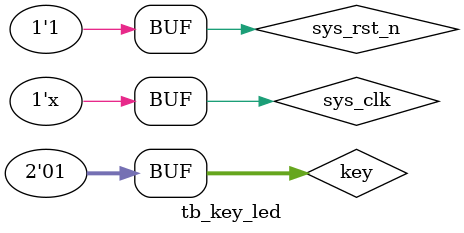
<source format=v>
`timescale 1ns / 1ps

// 不太记得仿真代码怎么写了，我们再回顾一下
module tb_key_led(

    );
    
    reg sys_clk;
    reg sys_rst_n;
    
    wire    [1:0]   led;
    reg    [1:0]   key;
//    wire            clk;
    
    initial begin
        sys_clk =   1'b0;
        sys_rst_n   = 1'b0;
        key =   2'b00;
        
        #200 // 这是等200个时间单位的意思吗？
        sys_rst_n = 1'b1;
        // key =   2'b10;
        
        #200
        key =   2'b01;
        
//        #200
//        key =   2'b00;
    end
    
    always #10 sys_clk = ~sys_clk;
    
    key_led u_key_led(
        .sys_clk    (sys_clk),
        .sys_rst_n  (sys_rst_n),
        .led    (led),
        .key    (key)//,
//        .clk    (clk)
    );
endmodule

</source>
